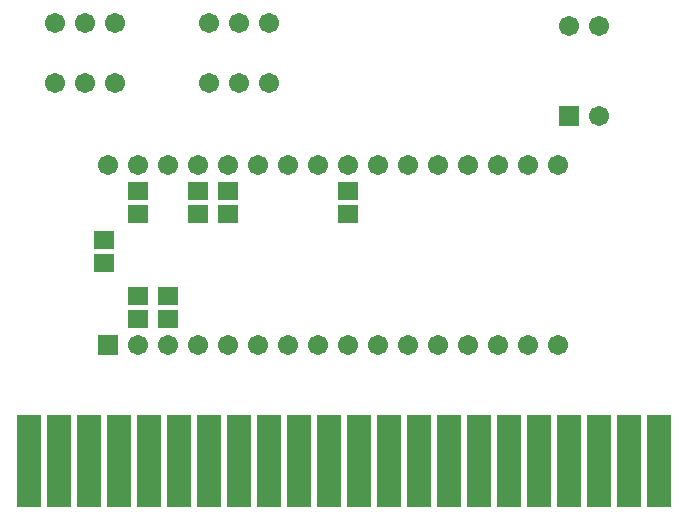
<source format=gbs>
G04 DipTrace 3.0.0.2*
G04 C64cart.GBS*
%MOMM*%
G04 #@! TF.FileFunction,Soldermask,Bot*
G04 #@! TF.Part,Single*
%ADD27R,2.114X7.824*%
%ADD29R,1.704X1.504*%
%ADD31C,1.704*%
%ADD35C,1.704*%
%ADD37R,1.704X1.704*%
%FSLAX35Y35*%
G04*
G71*
G90*
G75*
G01*
G04 BotMask*
%LPD*%
D37*
X1889800Y2461300D3*
D35*
X2143800D3*
X2397800D3*
X2651800D3*
X2905800D3*
X3159800D3*
X3413800D3*
X3667800D3*
X3921800D3*
X4175800D3*
X4429800D3*
X4683800D3*
X4937800D3*
X5191800D3*
X5445800D3*
X5699800D3*
Y3985300D3*
X5445800D3*
X5191800D3*
X4937800D3*
X4683800D3*
X4429800D3*
X4175800D3*
X3921800D3*
X3667800D3*
X3413800D3*
X3159800D3*
X2905800D3*
X2651800D3*
X2397800D3*
X2143800D3*
X1889800D3*
D31*
X1445300Y4683800D3*
Y5191800D3*
X1699300Y4683800D3*
Y5191800D3*
X1953300Y4683800D3*
Y5191800D3*
X2747050Y4683800D3*
Y5191800D3*
X3001050Y4683800D3*
Y5191800D3*
X3255050Y4683800D3*
Y5191800D3*
D29*
X2143800Y2874050D3*
Y2684050D3*
X1858050Y3350300D3*
Y3160300D3*
X2397800Y2874050D3*
Y2684050D3*
X2651800Y3763050D3*
Y3573050D3*
X2905800Y3763050D3*
Y3573050D3*
X3921800Y3763050D3*
Y3573050D3*
X2143800Y3763050D3*
Y3573050D3*
D27*
X1223050Y1477050D3*
X1477050D3*
X1731050D3*
X1985050D3*
X2239050D3*
X2493050D3*
X2747050D3*
X3001050D3*
X3255050D3*
X3509050D3*
X3763050D3*
X4017050D3*
X4271050D3*
X4525050D3*
X4779050D3*
X5033050D3*
X5287050D3*
X5541050D3*
X5795050D3*
X6049050D3*
X6303050D3*
X6557050D3*
D37*
X5795050Y4398050D3*
D31*
X6049050D3*
Y5160050D3*
X5795050D3*
M02*

</source>
